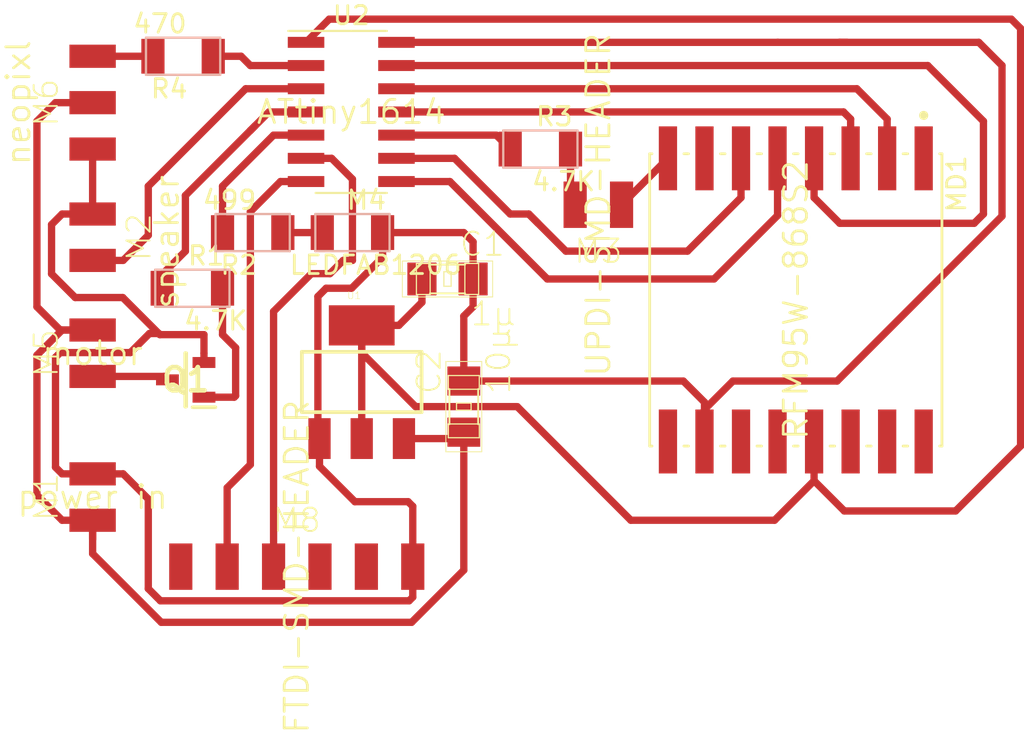
<source format=kicad_pcb>
(kicad_pcb (version 20171130) (host pcbnew "(5.1.9)-1")

  (general
    (thickness 1.6)
    (drawings 0)
    (tracks 166)
    (zones 0)
    (modules 17)
    (nets 30)
  )

  (page A4)
  (layers
    (0 F.Cu signal)
    (31 B.Cu signal)
    (32 B.Adhes user)
    (33 F.Adhes user)
    (34 B.Paste user)
    (35 F.Paste user)
    (36 B.SilkS user)
    (37 F.SilkS user)
    (38 B.Mask user)
    (39 F.Mask user)
    (40 Dwgs.User user)
    (41 Cmts.User user)
    (42 Eco1.User user)
    (43 Eco2.User user)
    (44 Edge.Cuts user)
    (45 Margin user)
    (46 B.CrtYd user)
    (47 F.CrtYd user)
    (48 B.Fab user)
    (49 F.Fab user)
  )

  (setup
    (last_trace_width 0.4)
    (trace_clearance 0.4)
    (zone_clearance 0.508)
    (zone_45_only no)
    (trace_min 0.4)
    (via_size 0.8)
    (via_drill 0.4)
    (via_min_size 0.4)
    (via_min_drill 0.3)
    (uvia_size 0.3)
    (uvia_drill 0.1)
    (uvias_allowed no)
    (uvia_min_size 0.2)
    (uvia_min_drill 0.1)
    (edge_width 0.05)
    (segment_width 0.2)
    (pcb_text_width 0.3)
    (pcb_text_size 1.5 1.5)
    (mod_edge_width 0.12)
    (mod_text_size 1 1)
    (mod_text_width 0.15)
    (pad_size 1.524 1.524)
    (pad_drill 0.762)
    (pad_to_mask_clearance 0)
    (aux_axis_origin 0 0)
    (visible_elements FFFFFF7F)
    (pcbplotparams
      (layerselection 0x010fc_ffffffff)
      (usegerberextensions false)
      (usegerberattributes true)
      (usegerberadvancedattributes true)
      (creategerberjobfile true)
      (excludeedgelayer true)
      (linewidth 0.400000)
      (plotframeref false)
      (viasonmask false)
      (mode 1)
      (useauxorigin false)
      (hpglpennumber 1)
      (hpglpenspeed 20)
      (hpglpendiameter 15.000000)
      (psnegative false)
      (psa4output false)
      (plotreference true)
      (plotvalue true)
      (plotinvisibletext false)
      (padsonsilk false)
      (subtractmaskfromsilk false)
      (outputformat 1)
      (mirror false)
      (drillshape 1)
      (scaleselection 1)
      (outputdirectory ""))
  )

  (net 0 "")
  (net 1 gnd)
  (net 2 vcc)
  (net 3 speaker)
  (net 4 "Net-(M3-Pad1)")
  (net 5 "Net-(M4-Pad1)")
  (net 6 "Net-(M5-Pad2)")
  (net 7 "Net-(M6-Pad1)")
  (net 8 mosi)
  (net 9 miso)
  (net 10 sck)
  (net 11 "Net-(M8-Pad6)")
  (net 12 tx)
  (net 13 rx)
  (net 14 "Net-(M8-Pad2)")
  (net 15 "Net-(Q1-Pad1)")
  (net 16 motor)
  (net 17 led)
  (net 18 updi)
  (net 19 neopixl)
  (net 20 vin)
  (net 21 rst)
  (net 22 dio0)
  (net 23 nss)
  (net 24 "Net-(MD1-Pad16)")
  (net 25 "Net-(MD1-Pad15)")
  (net 26 "Net-(MD1-Pad12)")
  (net 27 "Net-(MD1-Pad11)")
  (net 28 "Net-(MD1-Pad7)")
  (net 29 ant)

  (net_class Default "This is the default net class."
    (clearance 0.4)
    (trace_width 0.4)
    (via_dia 0.8)
    (via_drill 0.4)
    (uvia_dia 0.3)
    (uvia_drill 0.1)
    (diff_pair_width 0.4)
    (diff_pair_gap 0.25)
    (add_net "Net-(M3-Pad1)")
    (add_net "Net-(M4-Pad1)")
    (add_net "Net-(M5-Pad2)")
    (add_net "Net-(M6-Pad1)")
    (add_net "Net-(M8-Pad2)")
    (add_net "Net-(M8-Pad6)")
    (add_net "Net-(MD1-Pad11)")
    (add_net "Net-(MD1-Pad12)")
    (add_net "Net-(MD1-Pad15)")
    (add_net "Net-(MD1-Pad16)")
    (add_net "Net-(MD1-Pad7)")
    (add_net "Net-(Q1-Pad1)")
    (add_net ant)
    (add_net dio0)
    (add_net gnd)
    (add_net led)
    (add_net miso)
    (add_net mosi)
    (add_net motor)
    (add_net neopixl)
    (add_net nss)
    (add_net rst)
    (add_net rx)
    (add_net sck)
    (add_net speaker)
    (add_net tx)
    (add_net updi)
    (add_net vcc)
    (add_net vin)
  )

  (module SamacSys_Parts:SOT95P230X109-3N (layer F.Cu) (tedit 0) (tstamp 608F58B5)
    (at 112.284 118.806 180)
    (descr MMBTA14_11)
    (tags "Transistor BJT NPN")
    (path /608D8629)
    (attr smd)
    (fp_text reference Q1 (at 0 0) (layer F.SilkS)
      (effects (font (size 1.27 1.27) (thickness 0.254)))
    )
    (fp_text value MMBTA14 (at 0 0) (layer F.SilkS) hide
      (effects (font (size 1.27 1.27) (thickness 0.254)))
    )
    (fp_text user %R (at 0 0) (layer F.Fab)
      (effects (font (size 1.27 1.27) (thickness 0.254)))
    )
    (fp_line (start -1.875 -1.775) (end 1.875 -1.775) (layer F.CrtYd) (width 0.05))
    (fp_line (start 1.875 -1.775) (end 1.875 1.775) (layer F.CrtYd) (width 0.05))
    (fp_line (start 1.875 1.775) (end -1.875 1.775) (layer F.CrtYd) (width 0.05))
    (fp_line (start -1.875 1.775) (end -1.875 -1.775) (layer F.CrtYd) (width 0.05))
    (fp_line (start -0.65 -1.46) (end 0.65 -1.46) (layer F.Fab) (width 0.1))
    (fp_line (start 0.65 -1.46) (end 0.65 1.46) (layer F.Fab) (width 0.1))
    (fp_line (start 0.65 1.46) (end -0.65 1.46) (layer F.Fab) (width 0.1))
    (fp_line (start -0.65 1.46) (end -0.65 -1.46) (layer F.Fab) (width 0.1))
    (fp_line (start -0.65 -0.51) (end 0.3 -1.46) (layer F.Fab) (width 0.1))
    (fp_line (start -0.025 -1.46) (end 0.025 -1.46) (layer F.SilkS) (width 0.2))
    (fp_line (start 0.025 -1.46) (end 0.025 1.46) (layer F.SilkS) (width 0.2))
    (fp_line (start 0.025 1.46) (end -0.025 1.46) (layer F.SilkS) (width 0.2))
    (fp_line (start -0.025 1.46) (end -0.025 -1.46) (layer F.SilkS) (width 0.2))
    (fp_line (start -1.625 -1.5) (end -0.375 -1.5) (layer F.SilkS) (width 0.2))
    (pad 3 smd rect (at 1 0 270) (size 0.6 1.25) (layers F.Cu F.Paste F.Mask)
      (net 6 "Net-(M5-Pad2)"))
    (pad 2 smd rect (at -1 0.95 270) (size 0.6 1.25) (layers F.Cu F.Paste F.Mask)
      (net 1 gnd))
    (pad 1 smd rect (at -1 -0.95 270) (size 0.6 1.25) (layers F.Cu F.Paste F.Mask)
      (net 15 "Net-(Q1-Pad1)"))
  )

  (module eec:RF_Solutions-RFM95W-868S2-MFG (layer F.Cu) (tedit 5EF22161) (tstamp 6092AD05)
    (at 145.684 114.43 270)
    (path /609487C1)
    (fp_text reference MD1 (at -8 -8.8 90) (layer F.SilkS)
      (effects (font (size 1 1) (thickness 0.15)) (justify right))
    )
    (fp_text value RFM95W-868S2 (at 0 0 90) (layer F.SilkS)
      (effects (font (size 1.27 1.27) (thickness 0.15)))
    )
    (fp_line (start -8 8) (end -8 -8) (layer F.Fab) (width 0.15))
    (fp_line (start -8 -8) (end 8 -8) (layer F.Fab) (width 0.15))
    (fp_line (start 8 -8) (end 8 8) (layer F.Fab) (width 0.15))
    (fp_line (start 8 8) (end -8 8) (layer F.Fab) (width 0.15))
    (fp_line (start 9.525 -8.025) (end 9.525 -8.025) (layer F.CrtYd) (width 0.15))
    (fp_line (start 9.525 -8.025) (end -9.525 -8.025) (layer F.CrtYd) (width 0.15))
    (fp_line (start -9.525 -8.025) (end -9.525 8.025) (layer F.CrtYd) (width 0.15))
    (fp_line (start -9.525 8.025) (end 9.525 8.025) (layer F.CrtYd) (width 0.15))
    (fp_line (start 9.525 8.025) (end 9.525 -8.025) (layer F.CrtYd) (width 0.15))
    (fp_line (start -8 -8) (end 8 -8) (layer F.SilkS) (width 0.15))
    (fp_line (start 8 8) (end 8 7.875) (layer F.SilkS) (width 0.15))
    (fp_line (start 8 6.125) (end 8 5.875) (layer F.SilkS) (width 0.15))
    (fp_line (start 8 4.125) (end 8 3.875) (layer F.SilkS) (width 0.15))
    (fp_line (start 8 2.125) (end 8 1.875) (layer F.SilkS) (width 0.15))
    (fp_line (start 8 0.125) (end 8 -0.125) (layer F.SilkS) (width 0.15))
    (fp_line (start 8 -1.875) (end 8 -2.125) (layer F.SilkS) (width 0.15))
    (fp_line (start 8 -3.875) (end 8 -4.125) (layer F.SilkS) (width 0.15))
    (fp_line (start 8 -5.875) (end 8 -6.125) (layer F.SilkS) (width 0.15))
    (fp_line (start 8 -7.875) (end 8 -8) (layer F.SilkS) (width 0.15))
    (fp_line (start -8 8) (end 8 8) (layer F.SilkS) (width 0.15))
    (fp_line (start -8 8) (end -8 7.875) (layer F.SilkS) (width 0.15))
    (fp_line (start -8 6.125) (end -8 5.875) (layer F.SilkS) (width 0.15))
    (fp_line (start -8 4.125) (end -8 3.875) (layer F.SilkS) (width 0.15))
    (fp_line (start -8 2.125) (end -8 1.875) (layer F.SilkS) (width 0.15))
    (fp_line (start -8 0.125) (end -8 -0.125) (layer F.SilkS) (width 0.15))
    (fp_line (start -8 -1.875) (end -8 -2.125) (layer F.SilkS) (width 0.15))
    (fp_line (start -8 -3.875) (end -8 -4.125) (layer F.SilkS) (width 0.15))
    (fp_line (start -8 -5.875) (end -8 -6.125) (layer F.SilkS) (width 0.15))
    (fp_line (start -8 -7.875) (end -8 -8) (layer F.SilkS) (width 0.15))
    (fp_circle (center -10.1 -7) (end -9.975 -7) (layer F.SilkS) (width 0.25))
    (pad 16 smd rect (at 7.75 -7 270) (size 3.5 1) (layers F.Cu F.Paste F.Mask)
      (net 24 "Net-(MD1-Pad16)"))
    (pad 15 smd rect (at 7.75 -5 270) (size 3.5 1) (layers F.Cu F.Paste F.Mask)
      (net 25 "Net-(MD1-Pad15)"))
    (pad 14 smd rect (at 7.75 -3 270) (size 3.5 1) (layers F.Cu F.Paste F.Mask)
      (net 22 dio0))
    (pad 13 smd rect (at 7.75 -1 270) (size 3.5 1) (layers F.Cu F.Paste F.Mask)
      (net 2 vcc))
    (pad 12 smd rect (at 7.75 1 270) (size 3.5 1) (layers F.Cu F.Paste F.Mask)
      (net 26 "Net-(MD1-Pad12)"))
    (pad 11 smd rect (at 7.75 3 270) (size 3.5 1) (layers F.Cu F.Paste F.Mask)
      (net 27 "Net-(MD1-Pad11)"))
    (pad 10 smd rect (at 7.75 5 270) (size 3.5 1) (layers F.Cu F.Paste F.Mask)
      (net 1 gnd))
    (pad 9 smd rect (at 7.75 7 270) (size 3.5 1) (layers F.Cu F.Paste F.Mask)
      (net 29 ant))
    (pad 8 smd rect (at -7.75 7 270) (size 3.5 1) (layers F.Cu F.Paste F.Mask)
      (net 1 gnd))
    (pad 7 smd rect (at -7.75 5 270) (size 3.5 1) (layers F.Cu F.Paste F.Mask)
      (net 28 "Net-(MD1-Pad7)"))
    (pad 6 smd rect (at -7.75 3 270) (size 3.5 1) (layers F.Cu F.Paste F.Mask)
      (net 21 rst))
    (pad 5 smd rect (at -7.75 1 270) (size 3.5 1) (layers F.Cu F.Paste F.Mask)
      (net 23 nss))
    (pad 4 smd rect (at -7.75 -1 270) (size 3.5 1) (layers F.Cu F.Paste F.Mask)
      (net 10 sck))
    (pad 3 smd rect (at -7.75 -3 270) (size 3.5 1) (layers F.Cu F.Paste F.Mask)
      (net 8 mosi))
    (pad 2 smd rect (at -7.75 -5 270) (size 3.5 1) (layers F.Cu F.Paste F.Mask)
      (net 9 miso))
    (pad 1 smd rect (at -7.75 -7 270) (size 3.5 1) (layers F.Cu F.Paste F.Mask)
      (net 1 gnd))
    (model eec.models/RF_Solutions_-_RFM95W-868S2.step
      (at (xyz 0 0 0))
      (scale (xyz 1 1 1))
      (rotate (xyz 0 0 0))
    )
  )

  (module fab:fab-SOIC-14_3.9x8.7mm_P1.27mm (layer F.Cu) (tedit 5EABE9B1) (tstamp 608F590C)
    (at 121.347 104.14)
    (descr "SOIC, 14 Pin, fab version")
    (tags "SOIC fab")
    (path /608D46C7)
    (attr smd)
    (fp_text reference U2 (at 0 -5.28) (layer F.SilkS)
      (effects (font (size 1 1) (thickness 0.15)))
    )
    (fp_text value ATtiny1614 (at 0 0) (layer F.SilkS)
      (effects (font (size 1.27 1.27) (thickness 0.15)))
    )
    (fp_line (start 0 4.435) (end 1.95 4.435) (layer F.SilkS) (width 0.12))
    (fp_line (start 0 4.435) (end -1.95 4.435) (layer F.SilkS) (width 0.12))
    (fp_line (start 0 -4.435) (end 1.95 -4.435) (layer F.SilkS) (width 0.12))
    (fp_line (start 0 -4.435) (end -3.45 -4.435) (layer F.SilkS) (width 0.12))
    (fp_line (start -0.975 -4.325) (end 1.95 -4.325) (layer F.Fab) (width 0.1))
    (fp_line (start 1.95 -4.325) (end 1.95 4.325) (layer F.Fab) (width 0.1))
    (fp_line (start 1.95 4.325) (end -1.95 4.325) (layer F.Fab) (width 0.1))
    (fp_line (start -1.95 4.325) (end -1.95 -3.35) (layer F.Fab) (width 0.1))
    (fp_line (start -1.95 -3.35) (end -0.975 -4.325) (layer F.Fab) (width 0.1))
    (pad 14 smd rect (at 2.475 -3.81) (size 2 0.6) (layers F.Cu F.Paste F.Mask)
      (net 1 gnd))
    (pad 13 smd rect (at 2.475 -2.54) (size 2 0.6) (layers F.Cu F.Paste F.Mask)
      (net 10 sck))
    (pad 12 smd rect (at 2.475 -1.27) (size 2 0.6) (layers F.Cu F.Paste F.Mask)
      (net 9 miso))
    (pad 11 smd rect (at 2.475 0) (size 2 0.6) (layers F.Cu F.Paste F.Mask)
      (net 8 mosi))
    (pad 10 smd rect (at 2.475 1.27) (size 2 0.6) (layers F.Cu F.Paste F.Mask)
      (net 18 updi))
    (pad 9 smd rect (at 2.475 2.54) (size 2 0.6) (layers F.Cu F.Paste F.Mask)
      (net 21 rst))
    (pad 8 smd rect (at 2.475 3.81) (size 2 0.6) (layers F.Cu F.Paste F.Mask)
      (net 23 nss))
    (pad 7 smd rect (at -2.475 3.81) (size 2 0.6) (layers F.Cu F.Paste F.Mask)
      (net 12 tx))
    (pad 6 smd rect (at -2.475 2.54) (size 2 0.6) (layers F.Cu F.Paste F.Mask)
      (net 13 rx))
    (pad 5 smd rect (at -2.475 1.27) (size 2 0.6) (layers F.Cu F.Paste F.Mask)
      (net 17 led))
    (pad 4 smd rect (at -2.475 0) (size 2 0.6) (layers F.Cu F.Paste F.Mask)
      (net 16 motor))
    (pad 3 smd rect (at -2.475 -1.27) (size 2 0.6) (layers F.Cu F.Paste F.Mask)
      (net 3 speaker))
    (pad 2 smd rect (at -2.475 -2.54) (size 2 0.6) (layers F.Cu F.Paste F.Mask)
      (net 19 neopixl))
    (pad 1 smd rect (at -2.475 -3.81) (size 2 0.6) (layers F.Cu F.Paste F.Mask)
      (net 2 vcc))
    (model ${KISYS3DMOD}/Package_SO.3dshapes/SOIC-14_3.9x8.7mm_P1.27mm.wrl
      (at (xyz 0 0 0))
      (scale (xyz 1 1 1))
      (rotate (xyz 0 0 0))
    )
  )

  (module fab:fab-SOT223 (layer F.Cu) (tedit 5E6F6C42) (tstamp 608F58F1)
    (at 121.92 118.923)
    (descr <b>SOT-223</b>)
    (path /608CA738)
    (fp_text reference U1 (at -0.8255 -4.5085) (layer F.SilkS)
      (effects (font (size 0.38608 0.38608) (thickness 0.030886)) (justify left bottom))
    )
    (fp_text value VOLTAGE-REGULATOR-SOT223 (at -1.0795 0.1905) (layer F.Fab)
      (effects (font (size 0.38608 0.38608) (thickness 0.030886)) (justify left bottom))
    )
    (fp_line (start 3.2766 -1.651) (end 3.2766 1.651) (layer F.SilkS) (width 0.2032))
    (fp_line (start 3.2766 1.651) (end -3.2766 1.651) (layer F.SilkS) (width 0.2032))
    (fp_line (start -3.2766 1.651) (end -3.2766 -1.651) (layer F.SilkS) (width 0.2032))
    (fp_line (start -3.2766 -1.651) (end 3.2766 -1.651) (layer F.SilkS) (width 0.2032))
    (fp_poly (pts (xy -1.6002 -1.8034) (xy 1.6002 -1.8034) (xy 1.6002 -3.6576) (xy -1.6002 -3.6576)) (layer F.Fab) (width 0))
    (fp_poly (pts (xy -0.4318 3.6576) (xy 0.4318 3.6576) (xy 0.4318 1.8034) (xy -0.4318 1.8034)) (layer F.Fab) (width 0))
    (fp_poly (pts (xy -2.7432 3.6576) (xy -1.8796 3.6576) (xy -1.8796 1.8034) (xy -2.7432 1.8034)) (layer F.Fab) (width 0))
    (fp_poly (pts (xy 1.8796 3.6576) (xy 2.7432 3.6576) (xy 2.7432 1.8034) (xy 1.8796 1.8034)) (layer F.Fab) (width 0))
    (fp_poly (pts (xy -1.6002 -1.8034) (xy 1.6002 -1.8034) (xy 1.6002 -3.6576) (xy -1.6002 -3.6576)) (layer F.Fab) (width 0))
    (fp_poly (pts (xy -0.4318 3.6576) (xy 0.4318 3.6576) (xy 0.4318 1.8034) (xy -0.4318 1.8034)) (layer F.Fab) (width 0))
    (fp_poly (pts (xy -2.7432 3.6576) (xy -1.8796 3.6576) (xy -1.8796 1.8034) (xy -2.7432 1.8034)) (layer F.Fab) (width 0))
    (fp_poly (pts (xy 1.8796 3.6576) (xy 2.7432 3.6576) (xy 2.7432 1.8034) (xy 1.8796 1.8034)) (layer F.Fab) (width 0))
    (pad 2 smd rect (at 0 -3.099) (size 3.6 2.2) (layers F.Cu F.Paste F.Mask)
      (net 2 vcc) (solder_mask_margin 0.1016))
    (pad 3 smd rect (at 2.3114 3.0988) (size 1.2192 2.2352) (layers F.Cu F.Paste F.Mask)
      (net 20 vin) (solder_mask_margin 0.1016))
    (pad 2 smd rect (at 0 3.0988) (size 1.2192 2.2352) (layers F.Cu F.Paste F.Mask)
      (net 2 vcc) (solder_mask_margin 0.1016))
    (pad 1 smd rect (at -2.3114 3.0988) (size 1.2192 2.2352) (layers F.Cu F.Paste F.Mask)
      (net 1 gnd) (solder_mask_margin 0.1016))
  )

  (module fab:fab-R1206FAB (layer F.Cu) (tedit 200000) (tstamp 608F58DD)
    (at 112.141 101.092 180)
    (path /6091F635)
    (attr smd)
    (fp_text reference R4 (at 0.762 -1.778) (layer F.SilkS)
      (effects (font (size 1.016 1.016) (thickness 0.1524)))
    )
    (fp_text value 470 (at 1.27 1.778) (layer F.SilkS)
      (effects (font (size 1.016 1.016) (thickness 0.1524)))
    )
    (fp_line (start -2.032 -1.016) (end 2.032 -1.016) (layer B.SilkS) (width 0.127))
    (fp_line (start 2.032 -1.016) (end 2.032 1.016) (layer B.SilkS) (width 0.127))
    (fp_line (start 2.032 1.016) (end -2.032 1.016) (layer B.SilkS) (width 0.127))
    (fp_line (start -2.032 1.016) (end -2.032 -1.016) (layer B.SilkS) (width 0.127))
    (pad 2 smd rect (at 1.651 0 180) (size 1.27 1.905) (layers F.Cu F.Paste F.Mask)
      (net 7 "Net-(M6-Pad1)"))
    (pad 1 smd rect (at -1.651 0 180) (size 1.27 1.905) (layers F.Cu F.Paste F.Mask)
      (net 19 neopixl))
  )

  (module fab:fab-R1206FAB (layer F.Cu) (tedit 200000) (tstamp 608F58D3)
    (at 131.699 106.172)
    (path /608F701E)
    (attr smd)
    (fp_text reference R3 (at 0.762 -1.778) (layer F.SilkS)
      (effects (font (size 1.016 1.016) (thickness 0.1524)))
    )
    (fp_text value 4.7K (at 1.27 1.778) (layer F.SilkS)
      (effects (font (size 1.016 1.016) (thickness 0.1524)))
    )
    (fp_line (start -2.032 -1.016) (end 2.032 -1.016) (layer B.SilkS) (width 0.127))
    (fp_line (start 2.032 -1.016) (end 2.032 1.016) (layer B.SilkS) (width 0.127))
    (fp_line (start 2.032 1.016) (end -2.032 1.016) (layer B.SilkS) (width 0.127))
    (fp_line (start -2.032 1.016) (end -2.032 -1.016) (layer B.SilkS) (width 0.127))
    (pad 2 smd rect (at 1.651 0) (size 1.27 1.905) (layers F.Cu F.Paste F.Mask)
      (net 4 "Net-(M3-Pad1)"))
    (pad 1 smd rect (at -1.651 0) (size 1.27 1.905) (layers F.Cu F.Paste F.Mask)
      (net 18 updi))
  )

  (module fab:fab-R1206FAB (layer F.Cu) (tedit 200000) (tstamp 608F58C9)
    (at 115.951 110.744 180)
    (path /608EBACB)
    (attr smd)
    (fp_text reference R2 (at 0.762 -1.778) (layer F.SilkS)
      (effects (font (size 1.016 1.016) (thickness 0.1524)))
    )
    (fp_text value 499 (at 1.27 1.778) (layer F.SilkS)
      (effects (font (size 1.016 1.016) (thickness 0.1524)))
    )
    (fp_line (start -2.032 -1.016) (end 2.032 -1.016) (layer B.SilkS) (width 0.127))
    (fp_line (start 2.032 -1.016) (end 2.032 1.016) (layer B.SilkS) (width 0.127))
    (fp_line (start 2.032 1.016) (end -2.032 1.016) (layer B.SilkS) (width 0.127))
    (fp_line (start -2.032 1.016) (end -2.032 -1.016) (layer B.SilkS) (width 0.127))
    (pad 2 smd rect (at 1.651 0 180) (size 1.27 1.905) (layers F.Cu F.Paste F.Mask)
      (net 17 led))
    (pad 1 smd rect (at -1.651 0 180) (size 1.27 1.905) (layers F.Cu F.Paste F.Mask)
      (net 5 "Net-(M4-Pad1)"))
  )

  (module fab:fab-R1206FAB (layer F.Cu) (tedit 200000) (tstamp 608F58BF)
    (at 112.649 113.792)
    (path /608C8E8F)
    (attr smd)
    (fp_text reference R1 (at 0.762 -1.778) (layer F.SilkS)
      (effects (font (size 1.016 1.016) (thickness 0.1524)))
    )
    (fp_text value 4.7K (at 1.27 1.778) (layer F.SilkS)
      (effects (font (size 1.016 1.016) (thickness 0.1524)))
    )
    (fp_line (start -2.032 -1.016) (end 2.032 -1.016) (layer B.SilkS) (width 0.127))
    (fp_line (start 2.032 -1.016) (end 2.032 1.016) (layer B.SilkS) (width 0.127))
    (fp_line (start 2.032 1.016) (end -2.032 1.016) (layer B.SilkS) (width 0.127))
    (fp_line (start -2.032 1.016) (end -2.032 -1.016) (layer B.SilkS) (width 0.127))
    (pad 2 smd rect (at 1.651 0) (size 1.27 1.905) (layers F.Cu F.Paste F.Mask)
      (net 15 "Net-(Q1-Pad1)"))
    (pad 1 smd rect (at -1.651 0) (size 1.27 1.905) (layers F.Cu F.Paste F.Mask)
      (net 16 motor))
  )

  (module fab:fab-1X06SMD (layer F.Cu) (tedit 200000) (tstamp 608F589F)
    (at 118.364 129.032 270)
    (path /608C7B8F)
    (attr smd)
    (fp_text reference M8 (at -2.54 0) (layer F.SilkS)
      (effects (font (size 1.27 1.27) (thickness 0.1016)))
    )
    (fp_text value FTDI-SMD-HEADER (at 0 0 90) (layer F.SilkS)
      (effects (font (size 1.27 1.27) (thickness 0.15)))
    )
    (pad 6 smd rect (at 0 6.35 270) (size 2.54 1.27) (layers F.Cu F.Paste F.Mask)
      (net 11 "Net-(M8-Pad6)"))
    (pad 5 smd rect (at 0 3.81 270) (size 2.54 1.27) (layers F.Cu F.Paste F.Mask)
      (net 12 tx))
    (pad 4 smd rect (at 0 1.27 270) (size 2.54 1.27) (layers F.Cu F.Paste F.Mask)
      (net 13 rx))
    (pad 3 smd rect (at 0 -1.27 270) (size 2.54 1.27) (layers F.Cu F.Paste F.Mask)
      (net 20 vin))
    (pad 2 smd rect (at 0 -3.81 270) (size 2.54 1.27) (layers F.Cu F.Paste F.Mask)
      (net 14 "Net-(M8-Pad2)"))
    (pad 1 smd rect (at 0 -6.35 270) (size 2.54 1.27) (layers F.Cu F.Paste F.Mask)
      (net 1 gnd))
  )

  (module fab:fab-1X03SMD (layer F.Cu) (tedit 5E6F668D) (tstamp 608F5889)
    (at 107.188 103.632)
    (path /60920347)
    (attr smd)
    (fp_text reference M6 (at -2.54 0 90) (layer F.SilkS)
      (effects (font (size 1.27 1.27) (thickness 0.1016)))
    )
    (fp_text value neopixl (at -4.064 0 90) (layer F.SilkS)
      (effects (font (size 1.27 1.27) (thickness 0.15)))
    )
    (pad 3 smd rect (at 0 2.54) (size 2.54 1.27) (layers F.Cu F.Paste F.Mask)
      (net 1 gnd))
    (pad 2 smd rect (at 0 0) (size 2.54 1.27) (layers F.Cu F.Paste F.Mask)
      (net 20 vin))
    (pad 1 smd rect (at 0 -2.54) (size 2.54 1.27) (layers F.Cu F.Paste F.Mask)
      (net 7 "Net-(M6-Pad1)"))
  )

  (module fab:fab-1X02SMD (layer F.Cu) (tedit 5E6F6664) (tstamp 608F5882)
    (at 107.188 117.348)
    (path /60924A8E)
    (attr smd)
    (fp_text reference M5 (at -2.54 0 90) (layer F.SilkS)
      (effects (font (size 1.27 1.27) (thickness 0.1016)))
    )
    (fp_text value motor (at 0 0) (layer F.SilkS)
      (effects (font (size 1.27 1.27) (thickness 0.15)))
    )
    (pad 2 smd rect (at 0 1.27) (size 2.54 1.27) (layers F.Cu F.Paste F.Mask)
      (net 6 "Net-(M5-Pad2)"))
    (pad 1 smd rect (at 0 -1.27) (size 2.54 1.27) (layers F.Cu F.Paste F.Mask)
      (net 20 vin))
  )

  (module fab:fab-LED1206FAB (layer F.Cu) (tedit 200000) (tstamp 608F587C)
    (at 121.412 110.744)
    (descr "LED1206 FAB STYLE (SMALLER PADS TO ALLOW TRACE BETWEEN)")
    (tags "LED1206 FAB STYLE (SMALLER PADS TO ALLOW TRACE BETWEEN)")
    (path /608C857D)
    (attr smd)
    (fp_text reference M4 (at 0.762 -1.778) (layer F.SilkS)
      (effects (font (size 1.016 1.016) (thickness 0.1524)))
    )
    (fp_text value LEDFAB1206 (at 1.27 1.778) (layer F.SilkS)
      (effects (font (size 1.016 1.016) (thickness 0.1524)))
    )
    (fp_line (start -2.032 -1.016) (end 2.032 -1.016) (layer B.SilkS) (width 0.127))
    (fp_line (start 2.032 -1.016) (end 2.032 1.016) (layer B.SilkS) (width 0.127))
    (fp_line (start 2.032 1.016) (end -2.032 1.016) (layer B.SilkS) (width 0.127))
    (fp_line (start -2.032 1.016) (end -2.032 -1.016) (layer B.SilkS) (width 0.127))
    (pad 2 smd rect (at 1.651 0) (size 1.27 1.905) (layers F.Cu F.Paste F.Mask)
      (net 1 gnd))
    (pad 1 smd rect (at -1.651 0) (size 1.27 1.905) (layers F.Cu F.Paste F.Mask)
      (net 5 "Net-(M4-Pad1)"))
  )

  (module fab:fab-1X02SMD (layer F.Cu) (tedit 5E6F6664) (tstamp 608F5872)
    (at 134.874 109.22 90)
    (path /608C7550)
    (attr smd)
    (fp_text reference M3 (at -2.54 0) (layer F.SilkS)
      (effects (font (size 1.27 1.27) (thickness 0.1016)))
    )
    (fp_text value UPDI-SMD-HEADER (at 0 0 90) (layer F.SilkS)
      (effects (font (size 1.27 1.27) (thickness 0.15)))
    )
    (pad 2 smd rect (at 0 1.27 90) (size 2.54 1.27) (layers F.Cu F.Paste F.Mask)
      (net 1 gnd))
    (pad 1 smd rect (at 0 -1.27 90) (size 2.54 1.27) (layers F.Cu F.Paste F.Mask)
      (net 4 "Net-(M3-Pad1)"))
  )

  (module fab:fab-1X02SMD (layer F.Cu) (tedit 5E6F6664) (tstamp 608F586C)
    (at 107.188 110.998 180)
    (path /60920893)
    (attr smd)
    (fp_text reference M2 (at -2.54 0 90) (layer F.SilkS)
      (effects (font (size 1.27 1.27) (thickness 0.1016)))
    )
    (fp_text value speaker (at -4.064 -0.254 90) (layer F.SilkS)
      (effects (font (size 1.27 1.27) (thickness 0.15)))
    )
    (pad 2 smd rect (at 0 1.27 180) (size 2.54 1.27) (layers F.Cu F.Paste F.Mask)
      (net 1 gnd))
    (pad 1 smd rect (at 0 -1.27 180) (size 2.54 1.27) (layers F.Cu F.Paste F.Mask)
      (net 3 speaker))
  )

  (module fab:fab-1X02SMD (layer F.Cu) (tedit 5E6F6664) (tstamp 608F5866)
    (at 107.188 125.222)
    (path /609215FF)
    (attr smd)
    (fp_text reference M1 (at -2.54 0 90) (layer F.SilkS)
      (effects (font (size 1.27 1.27) (thickness 0.1016)))
    )
    (fp_text value "power in" (at 0 0) (layer F.SilkS)
      (effects (font (size 1.27 1.27) (thickness 0.15)))
    )
    (pad 2 smd rect (at 0 1.27) (size 2.54 1.27) (layers F.Cu F.Paste F.Mask)
      (net 20 vin))
    (pad 1 smd rect (at 0 -1.27) (size 2.54 1.27) (layers F.Cu F.Paste F.Mask)
      (net 1 gnd))
  )

  (module fab:fab-C1206 (layer F.Cu) (tedit 200000) (tstamp 608F5860)
    (at 127.508 120.27154 90)
    (descr CAPACITOR)
    (tags CAPACITOR)
    (path /608F82FA)
    (attr smd)
    (fp_text reference C2 (at 1.905 -1.905 90) (layer F.SilkS)
      (effects (font (size 1.27 1.27) (thickness 0.1016)))
    )
    (fp_text value 10µ (at 2.54 1.905 90) (layer F.SilkS)
      (effects (font (size 1.27 1.27) (thickness 0.1016)))
    )
    (fp_line (start -1.7018 0.8509) (end -0.94996 0.8509) (layer F.SilkS) (width 0.06604))
    (fp_line (start -0.94996 0.8509) (end -0.94996 -0.84836) (layer F.SilkS) (width 0.06604))
    (fp_line (start -1.7018 -0.84836) (end -0.94996 -0.84836) (layer F.SilkS) (width 0.06604))
    (fp_line (start -1.7018 0.8509) (end -1.7018 -0.84836) (layer F.SilkS) (width 0.06604))
    (fp_line (start 0.94996 0.84836) (end 1.7018 0.84836) (layer F.SilkS) (width 0.06604))
    (fp_line (start 1.7018 0.84836) (end 1.7018 -0.8509) (layer F.SilkS) (width 0.06604))
    (fp_line (start 0.94996 -0.8509) (end 1.7018 -0.8509) (layer F.SilkS) (width 0.06604))
    (fp_line (start 0.94996 0.84836) (end 0.94996 -0.8509) (layer F.SilkS) (width 0.06604))
    (fp_line (start -0.19812 0.39878) (end 0.19812 0.39878) (layer F.SilkS) (width 0.06604))
    (fp_line (start 0.19812 0.39878) (end 0.19812 -0.39878) (layer F.SilkS) (width 0.06604))
    (fp_line (start -0.19812 -0.39878) (end 0.19812 -0.39878) (layer F.SilkS) (width 0.06604))
    (fp_line (start -0.19812 0.39878) (end -0.19812 -0.39878) (layer F.SilkS) (width 0.06604))
    (fp_line (start -2.47142 -0.98298) (end 2.47142 -0.98298) (layer F.SilkS) (width 0.0508))
    (fp_line (start 2.47142 0.98298) (end -2.47142 0.98298) (layer F.SilkS) (width 0.0508))
    (fp_line (start -2.47142 0.98298) (end -2.47142 -0.98298) (layer F.SilkS) (width 0.0508))
    (fp_line (start 2.47142 -0.98298) (end 2.47142 0.98298) (layer F.SilkS) (width 0.0508))
    (fp_line (start -0.96266 -0.78486) (end 0.96266 -0.78486) (layer F.SilkS) (width 0.1016))
    (fp_line (start -0.96266 0.78486) (end 0.96266 0.78486) (layer F.SilkS) (width 0.1016))
    (pad 2 smd rect (at 1.39954 0 90) (size 1.59766 1.79832) (layers F.Cu F.Paste F.Mask)
      (net 1 gnd))
    (pad 1 smd rect (at -1.39954 0 90) (size 1.59766 1.79832) (layers F.Cu F.Paste F.Mask)
      (net 20 vin))
  )

  (module fab:fab-C1206 (layer F.Cu) (tedit 200000) (tstamp 608F5848)
    (at 126.61646 113.284)
    (descr CAPACITOR)
    (tags CAPACITOR)
    (path /6090A70B)
    (attr smd)
    (fp_text reference C1 (at 1.905 -1.905) (layer F.SilkS)
      (effects (font (size 1.27 1.27) (thickness 0.1016)))
    )
    (fp_text value 1µ (at 2.54 1.905) (layer F.SilkS)
      (effects (font (size 1.27 1.27) (thickness 0.1016)))
    )
    (fp_line (start -1.7018 0.8509) (end -0.94996 0.8509) (layer F.SilkS) (width 0.06604))
    (fp_line (start -0.94996 0.8509) (end -0.94996 -0.84836) (layer F.SilkS) (width 0.06604))
    (fp_line (start -1.7018 -0.84836) (end -0.94996 -0.84836) (layer F.SilkS) (width 0.06604))
    (fp_line (start -1.7018 0.8509) (end -1.7018 -0.84836) (layer F.SilkS) (width 0.06604))
    (fp_line (start 0.94996 0.84836) (end 1.7018 0.84836) (layer F.SilkS) (width 0.06604))
    (fp_line (start 1.7018 0.84836) (end 1.7018 -0.8509) (layer F.SilkS) (width 0.06604))
    (fp_line (start 0.94996 -0.8509) (end 1.7018 -0.8509) (layer F.SilkS) (width 0.06604))
    (fp_line (start 0.94996 0.84836) (end 0.94996 -0.8509) (layer F.SilkS) (width 0.06604))
    (fp_line (start -0.19812 0.39878) (end 0.19812 0.39878) (layer F.SilkS) (width 0.06604))
    (fp_line (start 0.19812 0.39878) (end 0.19812 -0.39878) (layer F.SilkS) (width 0.06604))
    (fp_line (start -0.19812 -0.39878) (end 0.19812 -0.39878) (layer F.SilkS) (width 0.06604))
    (fp_line (start -0.19812 0.39878) (end -0.19812 -0.39878) (layer F.SilkS) (width 0.06604))
    (fp_line (start -2.47142 -0.98298) (end 2.47142 -0.98298) (layer F.SilkS) (width 0.0508))
    (fp_line (start 2.47142 0.98298) (end -2.47142 0.98298) (layer F.SilkS) (width 0.0508))
    (fp_line (start -2.47142 0.98298) (end -2.47142 -0.98298) (layer F.SilkS) (width 0.0508))
    (fp_line (start 2.47142 -0.98298) (end 2.47142 0.98298) (layer F.SilkS) (width 0.0508))
    (fp_line (start -0.96266 -0.78486) (end 0.96266 -0.78486) (layer F.SilkS) (width 0.1016))
    (fp_line (start -0.96266 0.78486) (end 0.96266 0.78486) (layer F.SilkS) (width 0.1016))
    (pad 2 smd rect (at 1.39954 0) (size 1.59766 1.79832) (layers F.Cu F.Paste F.Mask)
      (net 1 gnd))
    (pad 1 smd rect (at -1.39954 0) (size 1.59766 1.79832) (layers F.Cu F.Paste F.Mask)
      (net 2 vcc))
  )

  (segment (start 107.188 106.172) (end 107.188 109.728) (width 0.4) (layer F.Cu) (net 1))
  (segment (start 127.508 115.316) (end 127.508 118.872) (width 0.4) (layer F.Cu) (net 1))
  (segment (start 123.063 110.744) (end 127.508 110.744) (width 0.4) (layer F.Cu) (net 1))
  (segment (start 128.016 111.252) (end 128.016 113.284) (width 0.4) (layer F.Cu) (net 1))
  (segment (start 127.508 110.744) (end 128.016 111.252) (width 0.4) (layer F.Cu) (net 1))
  (segment (start 128.016 114.808) (end 127.508 115.316) (width 0.4) (layer F.Cu) (net 1))
  (segment (start 128.016 113.284) (end 128.016 114.808) (width 0.4) (layer F.Cu) (net 1))
  (segment (start 119.6086 123.5394) (end 121.5452 125.476) (width 0.4) (layer F.Cu) (net 1))
  (segment (start 119.6086 122.0218) (end 119.6086 123.5394) (width 0.4) (layer F.Cu) (net 1))
  (segment (start 121.5452 125.476) (end 124.46 125.476) (width 0.4) (layer F.Cu) (net 1))
  (segment (start 124.714 125.73) (end 124.714 129.032) (width 0.4) (layer F.Cu) (net 1))
  (segment (start 124.46 125.476) (end 124.714 125.73) (width 0.4) (layer F.Cu) (net 1))
  (segment (start 123.822 100.33) (end 144.694 100.33) (width 0.4) (layer F.Cu) (net 1))
  (segment (start 136.652 108.712) (end 138.684 106.68) (width 0.4) (layer F.Cu) (net 1))
  (segment (start 136.144 108.712) (end 136.652 108.712) (width 0.4) (layer F.Cu) (net 1))
  (segment (start 148.484 100.33) (end 148.082 100.33) (width 0.4) (layer F.Cu) (net 1))
  (segment (start 148.082 100.33) (end 144.694 100.33) (width 0.4) (layer F.Cu) (net 1))
  (segment (start 105.518 109.728) (end 104.94001 110.30599) (width 0.4) (layer F.Cu) (net 1))
  (segment (start 107.188 109.728) (end 105.518 109.728) (width 0.4) (layer F.Cu) (net 1))
  (segment (start 104.94001 113.005012) (end 106.234998 114.3) (width 0.4) (layer F.Cu) (net 1))
  (segment (start 104.94001 110.30599) (end 104.94001 113.005012) (width 0.4) (layer F.Cu) (net 1))
  (segment (start 106.234998 114.3) (end 108.838498 114.3) (width 0.4) (layer F.Cu) (net 1))
  (segment (start 110.870498 116.332) (end 113.284 116.332) (width 0.4) (layer F.Cu) (net 1))
  (segment (start 113.284 116.332) (end 113.284 117.348) (width 0.4) (layer F.Cu) (net 1))
  (segment (start 113.284 117.348) (end 113.284 117.856) (width 0.4) (layer F.Cu) (net 1))
  (segment (start 105.156 123.59) (end 105.156 117.571384) (width 0.4) (layer F.Cu) (net 1))
  (segment (start 105.518 123.952) (end 105.156 123.59) (width 0.4) (layer F.Cu) (net 1))
  (segment (start 107.188 123.952) (end 105.518 123.952) (width 0.4) (layer F.Cu) (net 1))
  (segment (start 105.414383 117.313001) (end 109.254999 117.313001) (width 0.4) (layer F.Cu) (net 1))
  (segment (start 105.156 117.571384) (end 105.414383 117.313001) (width 0.4) (layer F.Cu) (net 1))
  (segment (start 110.299249 116.268751) (end 110.807249 116.268751) (width 0.4) (layer F.Cu) (net 1))
  (segment (start 109.254999 117.313001) (end 110.299249 116.268751) (width 0.4) (layer F.Cu) (net 1))
  (segment (start 110.807249 116.268751) (end 110.870498 116.332) (width 0.4) (layer F.Cu) (net 1))
  (segment (start 108.838498 114.3) (end 110.807249 116.268751) (width 0.4) (layer F.Cu) (net 1))
  (segment (start 139.526 118.872) (end 127.508 118.872) (width 0.4) (layer F.Cu) (net 1))
  (segment (start 140.684 120.03) (end 139.526 118.872) (width 0.4) (layer F.Cu) (net 1))
  (segment (start 140.684 122.18) (end 140.684 120.03) (width 0.4) (layer F.Cu) (net 1))
  (segment (start 108.858 123.952) (end 110.236 125.33) (width 0.4) (layer F.Cu) (net 1))
  (segment (start 107.188 123.952) (end 108.858 123.952) (width 0.4) (layer F.Cu) (net 1))
  (segment (start 124.513999 130.902001) (end 124.714 130.702) (width 0.4) (layer F.Cu) (net 1))
  (segment (start 110.898999 130.902001) (end 124.513999 130.902001) (width 0.4) (layer F.Cu) (net 1))
  (segment (start 110.236 130.239002) (end 110.898999 130.902001) (width 0.4) (layer F.Cu) (net 1))
  (segment (start 124.714 130.702) (end 124.714 129.032) (width 0.4) (layer F.Cu) (net 1))
  (segment (start 110.236 125.33) (end 110.236 130.239002) (width 0.4) (layer F.Cu) (net 1))
  (segment (start 119.519999 121.933199) (end 119.6086 122.0218) (width 0.4) (layer F.Cu) (net 1))
  (segment (start 119.519999 114.243999) (end 119.519999 121.933199) (width 0.4) (layer F.Cu) (net 1))
  (segment (start 119.971998 113.792) (end 119.519999 114.243999) (width 0.4) (layer F.Cu) (net 1))
  (segment (start 121.3675 113.792) (end 119.971998 113.792) (width 0.4) (layer F.Cu) (net 1))
  (segment (start 123.063 112.0965) (end 121.3675 113.792) (width 0.4) (layer F.Cu) (net 1))
  (segment (start 123.063 110.744) (end 123.063 112.0965) (width 0.4) (layer F.Cu) (net 1))
  (segment (start 140.684 120.428) (end 140.684 122.18) (width 0.4) (layer F.Cu) (net 1))
  (segment (start 147.943384 118.872) (end 142.24 118.872) (width 0.4) (layer F.Cu) (net 1))
  (segment (start 156.972 109.843384) (end 147.943384 118.872) (width 0.4) (layer F.Cu) (net 1))
  (segment (start 156.972 101.6) (end 156.972 109.843384) (width 0.4) (layer F.Cu) (net 1))
  (segment (start 142.24 118.872) (end 140.684 120.428) (width 0.4) (layer F.Cu) (net 1))
  (segment (start 155.702 100.33) (end 156.972 101.6) (width 0.4) (layer F.Cu) (net 1))
  (segment (start 148.082 100.33) (end 155.702 100.33) (width 0.4) (layer F.Cu) (net 1))
  (segment (start 121.92 115.824) (end 123.952 115.824) (width 0.4) (layer F.Cu) (net 2))
  (segment (start 125.21692 114.55908) (end 125.21692 113.284) (width 0.4) (layer F.Cu) (net 2))
  (segment (start 123.952 115.824) (end 125.21692 114.55908) (width 0.4) (layer F.Cu) (net 2))
  (segment (start 121.412 115.316) (end 121.92 115.824) (width 0.4) (layer F.Cu) (net 2))
  (segment (start 124.868249 120.272249) (end 130.432249 120.272249) (width 0.4) (layer F.Cu) (net 2))
  (segment (start 121.92 117.324) (end 124.868249 120.272249) (width 0.4) (layer F.Cu) (net 2))
  (segment (start 121.92 115.824) (end 121.92 117.324) (width 0.4) (layer F.Cu) (net 2))
  (segment (start 130.432249 120.272249) (end 136.652 126.492) (width 0.4) (layer F.Cu) (net 2))
  (segment (start 144.522 126.492) (end 146.684 124.33) (width 0.4) (layer F.Cu) (net 2))
  (segment (start 136.652 126.492) (end 144.522 126.492) (width 0.4) (layer F.Cu) (net 2))
  (segment (start 146.684 124.33) (end 146.684 122.18) (width 0.4) (layer F.Cu) (net 2))
  (segment (start 121.92 122.0218) (end 121.92 115.824) (width 0.4) (layer F.Cu) (net 2))
  (segment (start 148.338 125.984) (end 146.684 124.33) (width 0.4) (layer F.Cu) (net 2))
  (segment (start 154.432 125.984) (end 148.338 125.984) (width 0.4) (layer F.Cu) (net 2))
  (segment (start 157.988 99.568) (end 157.988 122.428) (width 0.4) (layer F.Cu) (net 2))
  (segment (start 157.988 122.428) (end 154.432 125.984) (width 0.4) (layer F.Cu) (net 2))
  (segment (start 157.48 99.06) (end 157.988 99.568) (width 0.4) (layer F.Cu) (net 2))
  (segment (start 120.142 99.06) (end 157.48 99.06) (width 0.4) (layer F.Cu) (net 2))
  (segment (start 118.872 100.33) (end 120.142 99.06) (width 0.4) (layer F.Cu) (net 2))
  (segment (start 127.15728 122.0218) (end 127.508 121.67108) (width 0.4) (layer F.Cu) (net 20))
  (segment (start 124.2314 122.0218) (end 127.15728 122.0218) (width 0.4) (layer F.Cu) (net 20))
  (segment (start 104.14 117.456) (end 104.14 125.114) (width 0.4) (layer F.Cu) (net 20))
  (segment (start 105.518 126.492) (end 107.188 126.492) (width 0.4) (layer F.Cu) (net 20))
  (segment (start 105.518 116.078) (end 104.14 117.456) (width 0.4) (layer F.Cu) (net 20))
  (segment (start 104.14 125.114) (end 105.518 126.492) (width 0.4) (layer F.Cu) (net 20))
  (segment (start 107.188 116.078) (end 105.518 116.078) (width 0.4) (layer F.Cu) (net 20))
  (segment (start 107.188 126.492) (end 107.188 127.527) (width 0.4) (layer F.Cu) (net 20))
  (segment (start 115.57 102.87) (end 118.494 102.87) (width 0.4) (layer F.Cu) (net 3))
  (segment (start 110.236 108.204) (end 115.57 102.87) (width 0.4) (layer F.Cu) (net 3))
  (segment (start 110.236 110.89) (end 110.236 108.204) (width 0.4) (layer F.Cu) (net 3))
  (segment (start 108.858 112.268) (end 110.236 110.89) (width 0.4) (layer F.Cu) (net 3))
  (segment (start 107.188 112.268) (end 108.858 112.268) (width 0.4) (layer F.Cu) (net 3))
  (segment (start 133.35 108.458) (end 133.604 108.712) (width 0.4) (layer F.Cu) (net 4))
  (segment (start 133.35 105.664) (end 133.35 108.458) (width 0.4) (layer F.Cu) (net 4))
  (segment (start 117.602 110.744) (end 119.761 110.744) (width 0.4) (layer F.Cu) (net 5))
  (segment (start 107.376 118.806) (end 107.188 118.618) (width 0.4) (layer F.Cu) (net 6))
  (segment (start 111.096 118.618) (end 111.284 118.806) (width 0.4) (layer F.Cu) (net 6))
  (segment (start 107.188 118.618) (end 111.096 118.618) (width 0.4) (layer F.Cu) (net 6))
  (segment (start 110.49 101.092) (end 107.188 101.092) (width 0.4) (layer F.Cu) (net 7))
  (segment (start 148.684 104.53) (end 148.684 106.68) (width 0.4) (layer F.Cu) (net 8))
  (segment (start 148.294 104.14) (end 148.684 104.53) (width 0.4) (layer F.Cu) (net 8))
  (segment (start 123.822 104.14) (end 148.294 104.14) (width 0.4) (layer F.Cu) (net 8))
  (segment (start 150.684 104.53) (end 150.684 106.68) (width 0.4) (layer F.Cu) (net 9))
  (segment (start 149.024 102.87) (end 150.684 104.53) (width 0.4) (layer F.Cu) (net 9))
  (segment (start 123.822 102.87) (end 149.024 102.87) (width 0.4) (layer F.Cu) (net 9))
  (segment (start 123.822 101.6) (end 152.908 101.6) (width 0.4) (layer F.Cu) (net 10))
  (segment (start 152.908 101.6) (end 155.956 104.648) (width 0.4) (layer F.Cu) (net 10))
  (segment (start 155.956 104.648) (end 155.956 109.728) (width 0.4) (layer F.Cu) (net 10))
  (segment (start 155.956 109.728) (end 155.448 110.236) (width 0.4) (layer F.Cu) (net 10))
  (segment (start 146.684 108.83) (end 146.684 106.68) (width 0.4) (layer F.Cu) (net 10))
  (segment (start 148.09 110.236) (end 146.684 108.83) (width 0.4) (layer F.Cu) (net 10))
  (segment (start 155.448 110.236) (end 148.09 110.236) (width 0.4) (layer F.Cu) (net 10))
  (segment (start 118.872 107.95) (end 117.472 107.95) (width 0.4) (layer F.Cu) (net 12))
  (segment (start 117.472 107.95) (end 115.824 109.598) (width 0.4) (layer F.Cu) (net 12))
  (segment (start 115.824 109.598) (end 115.824 123.444) (width 0.4) (layer F.Cu) (net 12))
  (segment (start 115.824 123.444) (end 114.554 124.714) (width 0.4) (layer F.Cu) (net 12))
  (segment (start 114.554 124.714) (end 114.554 129.032) (width 0.4) (layer F.Cu) (net 12))
  (segment (start 117.094 115.062) (end 117.094 129.032) (width 0.4) (layer F.Cu) (net 13))
  (segment (start 119.16401 112.99199) (end 117.094 115.062) (width 0.4) (layer F.Cu) (net 13))
  (segment (start 120.180512 112.99199) (end 119.16401 112.99199) (width 0.4) (layer F.Cu) (net 13))
  (segment (start 120.904502 112.268) (end 120.180512 112.99199) (width 0.4) (layer F.Cu) (net 13))
  (segment (start 121.412 112.268) (end 120.904502 112.268) (width 0.4) (layer F.Cu) (net 13))
  (segment (start 121.412 107.82) (end 121.412 112.268) (width 0.4) (layer F.Cu) (net 13))
  (segment (start 120.272 106.68) (end 121.412 107.82) (width 0.4) (layer F.Cu) (net 13))
  (segment (start 118.872 106.68) (end 120.272 106.68) (width 0.4) (layer F.Cu) (net 13))
  (segment (start 115.017001 117.049001) (end 115.017001 119.678999) (width 0.4) (layer F.Cu) (net 15))
  (segment (start 114.3 116.332) (end 115.017001 117.049001) (width 0.4) (layer F.Cu) (net 15))
  (segment (start 114.3 113.792) (end 114.3 116.332) (width 0.4) (layer F.Cu) (net 15))
  (segment (start 114.94 119.756) (end 113.792 119.756) (width 0.4) (layer F.Cu) (net 15))
  (segment (start 115.017001 119.678999) (end 114.94 119.756) (width 0.4) (layer F.Cu) (net 15))
  (segment (start 112.268 108.712) (end 112.268 111.76) (width 0.4) (layer F.Cu) (net 16))
  (segment (start 110.998 113.03) (end 110.998 113.792) (width 0.4) (layer F.Cu) (net 16))
  (segment (start 112.268 111.76) (end 110.998 113.03) (width 0.4) (layer F.Cu) (net 16))
  (segment (start 116.84 104.14) (end 118.494 104.14) (width 0.4) (layer F.Cu) (net 16))
  (segment (start 115.824 105.156) (end 116.84 104.14) (width 0.4) (layer F.Cu) (net 16))
  (segment (start 116.078 104.902) (end 115.824 105.156) (width 0.4) (layer F.Cu) (net 16))
  (segment (start 115.824 105.156) (end 112.268 108.712) (width 0.4) (layer F.Cu) (net 16))
  (segment (start 114.3 108.204) (end 114.3 110.744) (width 0.4) (layer F.Cu) (net 17))
  (segment (start 117.094 105.41) (end 114.3 108.204) (width 0.4) (layer F.Cu) (net 17))
  (segment (start 118.494 105.41) (end 117.094 105.41) (width 0.4) (layer F.Cu) (net 17))
  (segment (start 129.794 105.41) (end 130.048 105.664) (width 0.4) (layer F.Cu) (net 18))
  (segment (start 129.286 105.41) (end 130.048 106.172) (width 0.4) (layer F.Cu) (net 18))
  (segment (start 123.822 105.41) (end 129.286 105.41) (width 0.4) (layer F.Cu) (net 18))
  (segment (start 115.316 101.092) (end 113.792 101.092) (width 0.4) (layer F.Cu) (net 19))
  (segment (start 115.824 101.6) (end 118.494 101.6) (width 0.4) (layer F.Cu) (net 19))
  (segment (start 115.316 101.092) (end 115.824 101.6) (width 0.4) (layer F.Cu) (net 19))
  (segment (start 105.41 116.078) (end 107.188 116.078) (width 0.4) (layer F.Cu) (net 20))
  (segment (start 104.14 114.808) (end 105.41 116.078) (width 0.4) (layer F.Cu) (net 20))
  (segment (start 104.14 104.648) (end 104.14 114.808) (width 0.4) (layer F.Cu) (net 20))
  (segment (start 105.156 103.632) (end 104.14 104.648) (width 0.4) (layer F.Cu) (net 20))
  (segment (start 107.188 103.632) (end 105.156 103.632) (width 0.4) (layer F.Cu) (net 20))
  (segment (start 124.651002 132.08) (end 127.508 129.223002) (width 0.4) (layer F.Cu) (net 20))
  (segment (start 127.508 129.223002) (end 127.508 121.67108) (width 0.4) (layer F.Cu) (net 20))
  (segment (start 110.945614 132.08) (end 124.651002 132.08) (width 0.4) (layer F.Cu) (net 20))
  (segment (start 107.188 128.322386) (end 110.945614 132.08) (width 0.4) (layer F.Cu) (net 20))
  (segment (start 107.188 126.492) (end 107.188 128.322386) (width 0.4) (layer F.Cu) (net 20))
  (segment (start 131.064 109.728) (end 131.572 110.236) (width 0.4) (layer F.Cu) (net 21))
  (segment (start 142.684 108.83) (end 142.684 106.68) (width 0.4) (layer F.Cu) (net 21))
  (segment (start 139.754 111.76) (end 142.684 108.83) (width 0.4) (layer F.Cu) (net 21))
  (segment (start 133.096 111.76) (end 139.754 111.76) (width 0.4) (layer F.Cu) (net 21))
  (segment (start 131.064 109.728) (end 133.096 111.76) (width 0.4) (layer F.Cu) (net 21))
  (segment (start 130.048 109.728) (end 131.064 109.728) (width 0.4) (layer F.Cu) (net 21))
  (segment (start 127 106.68) (end 130.048 109.728) (width 0.4) (layer F.Cu) (net 21))
  (segment (start 123.822 106.68) (end 127 106.68) (width 0.4) (layer F.Cu) (net 21))
  (segment (start 144.684 109.81) (end 144.684 106.68) (width 0.4) (layer F.Cu) (net 23))
  (segment (start 141.21 113.284) (end 144.684 109.81) (width 0.4) (layer F.Cu) (net 23))
  (segment (start 123.822 107.95) (end 126.746 107.95) (width 0.4) (layer F.Cu) (net 23))
  (segment (start 132.08 113.284) (end 141.21 113.284) (width 0.4) (layer F.Cu) (net 23))
  (segment (start 126.746 107.95) (end 132.08 113.284) (width 0.4) (layer F.Cu) (net 23))

)

</source>
